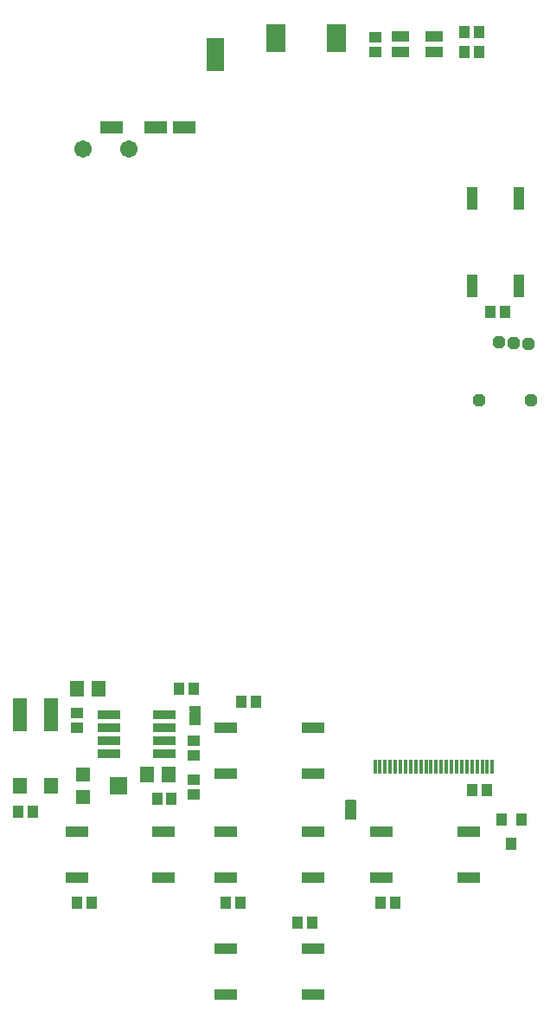
<source format=gbr>
%TF.GenerationSoftware,Altium Limited,Altium Designer,19.0.12 (326)*%
G04 Layer_Color=4408131*
%FSLAX26Y26*%
%MOIN*%
%TF.FileFunction,Soldermask,Top*%
%TF.Part,Single*%
G01*
G75*
%TA.AperFunction,SMDPad,CuDef*%
%ADD89R,0.039000X0.046000*%
%ADD93R,0.053000X0.062000*%
%ADD94R,0.046000X0.039000*%
%ADD98R,0.027685X0.027685*%
%ADD99R,0.055244X0.059181*%
%ADD116R,0.055244X0.126110*%
%TA.AperFunction,ViaPad*%
G04:AMPARAMS|DCode=120|XSize=47.37mil|YSize=47.37mil|CornerRadius=0mil|HoleSize=0mil|Usage=FLASHONLY|Rotation=0.000|XOffset=0mil|YOffset=0mil|HoleType=Round|Shape=Octagon|*
%AMOCTAGOND120*
4,1,8,0.023685,-0.011842,0.023685,0.011842,0.011843,0.023685,-0.011843,0.023685,-0.023685,0.011842,-0.023685,-0.011842,-0.011843,-0.023685,0.011843,-0.023685,0.023685,-0.011842,0.0*
%
%ADD120OCTAGOND120*%

%TA.AperFunction,ComponentPad*%
%ADD121C,0.067055*%
%TA.AperFunction,SMDPad,CuDef*%
%ADD125R,0.067055X0.126110*%
%ADD126R,0.086740X0.047370*%
%ADD127R,0.018000X0.055244*%
%ADD128R,0.086740X0.039496*%
%ADD129R,0.086740X0.035559*%
%ADD130R,0.055244X0.055244*%
%ADD131R,0.070992X0.070992*%
%ADD132R,0.039496X0.045402*%
%ADD133R,0.039496X0.086740*%
%TA.AperFunction,ConnectorPad*%
%ADD134R,0.074929X0.106425*%
%TA.AperFunction,SMDPad,CuDef*%
%ADD135R,0.070992X0.039496*%
G36*
X799144Y1284093D02*
X799659Y1283991D01*
X800155Y1283822D01*
X800625Y1283591D01*
X801061Y1283299D01*
X801456Y1282954D01*
X801801Y1282559D01*
X802093Y1282123D01*
X802325Y1281653D01*
X802493Y1281157D01*
X802595Y1280642D01*
X802630Y1280119D01*
Y1236812D01*
X802595Y1236289D01*
X802493Y1235774D01*
X802325Y1235278D01*
X802093Y1234808D01*
X801801Y1234372D01*
X801456Y1233977D01*
X801061Y1233632D01*
X800625Y1233340D01*
X800155Y1233108D01*
X799659Y1232940D01*
X799332Y1232875D01*
X799659Y1232810D01*
X800155Y1232641D01*
X800625Y1232409D01*
X801061Y1232118D01*
X801456Y1231772D01*
X801801Y1231378D01*
X802093Y1230942D01*
X802325Y1230472D01*
X802493Y1229975D01*
X802595Y1229461D01*
X802630Y1228938D01*
Y1213190D01*
X802595Y1212667D01*
X802493Y1212152D01*
X802325Y1211656D01*
X802093Y1211186D01*
X801801Y1210750D01*
X801456Y1210355D01*
X801061Y1210010D01*
X800625Y1209718D01*
X800155Y1209486D01*
X799659Y1209318D01*
X799144Y1209216D01*
X798621Y1209181D01*
X763188D01*
X762665Y1209216D01*
X762150Y1209318D01*
X761654Y1209486D01*
X761184Y1209718D01*
X760748Y1210010D01*
X760354Y1210355D01*
X760008Y1210750D01*
X759716Y1211186D01*
X759485Y1211656D01*
X759316Y1212152D01*
X759214Y1212667D01*
X759179Y1213190D01*
Y1256497D01*
X759214Y1257020D01*
X759316Y1257534D01*
X759485Y1258031D01*
X759716Y1258501D01*
X760008Y1258937D01*
X760354Y1259332D01*
X760748Y1259677D01*
X761184Y1259968D01*
X761654Y1260200D01*
X762150Y1260369D01*
X762477Y1260434D01*
X762150Y1260499D01*
X761654Y1260668D01*
X761184Y1260899D01*
X760748Y1261191D01*
X760354Y1261536D01*
X760008Y1261931D01*
X759716Y1262367D01*
X759485Y1262837D01*
X759316Y1263333D01*
X759214Y1263848D01*
X759179Y1264371D01*
Y1280119D01*
X759214Y1280642D01*
X759316Y1281157D01*
X759485Y1281653D01*
X759716Y1282123D01*
X760008Y1282559D01*
X760354Y1282954D01*
X760748Y1283299D01*
X761184Y1283591D01*
X761654Y1283822D01*
X762150Y1283991D01*
X762665Y1284093D01*
X763188Y1284128D01*
X798621D01*
X799144Y1284093D01*
D02*
G37*
G36*
X1399146Y921023D02*
X1399660Y920921D01*
X1400157Y920753D01*
X1400627Y920520D01*
X1401063Y920229D01*
X1401457Y919884D01*
X1401803Y919489D01*
X1402094Y919053D01*
X1402326Y918583D01*
X1402495Y918087D01*
X1402597Y917572D01*
X1402632Y917049D01*
Y873742D01*
X1402597Y873219D01*
X1402495Y872704D01*
X1402326Y872208D01*
X1402094Y871738D01*
X1401803Y871302D01*
X1401457Y870907D01*
X1401063Y870562D01*
X1400627Y870270D01*
X1400157Y870038D01*
X1399660Y869870D01*
X1399334Y869805D01*
X1399660Y869740D01*
X1400157Y869571D01*
X1400627Y869339D01*
X1401063Y869048D01*
X1401457Y868702D01*
X1401803Y868308D01*
X1402094Y867872D01*
X1402326Y867402D01*
X1402495Y866905D01*
X1402597Y866391D01*
X1402632Y865868D01*
Y850120D01*
X1402597Y849597D01*
X1402495Y849082D01*
X1402326Y848586D01*
X1402094Y848116D01*
X1401803Y847680D01*
X1401457Y847285D01*
X1401063Y846940D01*
X1400627Y846648D01*
X1400157Y846416D01*
X1399660Y846248D01*
X1399146Y846146D01*
X1398623Y846111D01*
X1363190D01*
X1362667Y846146D01*
X1362152Y846248D01*
X1361656Y846416D01*
X1361186Y846648D01*
X1360750Y846940D01*
X1360355Y847285D01*
X1360010Y847680D01*
X1359718Y848116D01*
X1359486Y848586D01*
X1359318Y849082D01*
X1359216Y849597D01*
X1359181Y850120D01*
Y893427D01*
X1359216Y893950D01*
X1359318Y894465D01*
X1359486Y894961D01*
X1359718Y895431D01*
X1360010Y895867D01*
X1360355Y896261D01*
X1360750Y896607D01*
X1361186Y896899D01*
X1361656Y897130D01*
X1362152Y897299D01*
X1362479Y897364D01*
X1362152Y897429D01*
X1361656Y897597D01*
X1361186Y897830D01*
X1360750Y898121D01*
X1360355Y898466D01*
X1360010Y898861D01*
X1359718Y899297D01*
X1359486Y899767D01*
X1359318Y900264D01*
X1359216Y900778D01*
X1359181Y901301D01*
Y917049D01*
X1359216Y917572D01*
X1359318Y918087D01*
X1359486Y918583D01*
X1359718Y919053D01*
X1360010Y919489D01*
X1360355Y919884D01*
X1360750Y920229D01*
X1361186Y920520D01*
X1361656Y920753D01*
X1362152Y920921D01*
X1362667Y921023D01*
X1363190Y921058D01*
X1398623D01*
X1399146Y921023D01*
D02*
G37*
D89*
X381000Y525000D02*
D03*
X325000D02*
D03*
X156000Y875000D02*
D03*
X100000D02*
D03*
X634000Y925000D02*
D03*
X690000D02*
D03*
X900000Y525000D02*
D03*
X956000D02*
D03*
X1175000Y450000D02*
D03*
X1231000D02*
D03*
X1496850Y525000D02*
D03*
X1552850D02*
D03*
X1906000Y960000D02*
D03*
X1850000D02*
D03*
X1016000Y1298032D02*
D03*
X960000D02*
D03*
X775000Y1350000D02*
D03*
X719000D02*
D03*
X1919000Y2800000D02*
D03*
X1975000D02*
D03*
X1875000Y3800000D02*
D03*
X1819000D02*
D03*
Y3875000D02*
D03*
X1875000D02*
D03*
D93*
X594000Y1018308D02*
D03*
X679000D02*
D03*
X410000Y1350000D02*
D03*
X325000D02*
D03*
D94*
X775000Y944000D02*
D03*
Y1000000D02*
D03*
Y1094000D02*
D03*
Y1150000D02*
D03*
X325000Y1200000D02*
D03*
Y1256000D02*
D03*
X1475000Y3800000D02*
D03*
Y3856000D02*
D03*
D98*
X786810Y1268308D02*
D03*
X775000Y1225000D02*
D03*
X1375000Y861930D02*
D03*
X1386812Y905238D02*
D03*
D99*
X225000Y975000D02*
D03*
X106890D02*
D03*
D116*
X225000Y1250000D02*
D03*
X106890D02*
D03*
D120*
X2075077Y2458971D02*
D03*
X2065000Y2677463D02*
D03*
X2009000Y2679000D02*
D03*
X1952000Y2682024D02*
D03*
X1875000Y2458464D02*
D03*
D121*
X524372Y3425000D02*
D03*
X347206D02*
D03*
D125*
X860000Y3790000D02*
D03*
D126*
X740000Y3510000D02*
D03*
X630000D02*
D03*
X460000D02*
D03*
D127*
X1473780Y1050000D02*
D03*
X1493464D02*
D03*
X1513150D02*
D03*
X1532834D02*
D03*
X1552520D02*
D03*
X1572204D02*
D03*
X1591890D02*
D03*
X1611574D02*
D03*
X1631260D02*
D03*
X1650944D02*
D03*
X1670630D02*
D03*
X1690314D02*
D03*
X1710000D02*
D03*
X1729686D02*
D03*
X1749370D02*
D03*
X1769056D02*
D03*
X1788740D02*
D03*
X1808426D02*
D03*
X1828110D02*
D03*
X1847796D02*
D03*
X1867480D02*
D03*
X1887166D02*
D03*
X1906850D02*
D03*
X1926536D02*
D03*
D128*
X659646Y622834D02*
D03*
Y800000D02*
D03*
X900000Y622834D02*
D03*
Y800000D02*
D03*
Y1022834D02*
D03*
Y1200000D02*
D03*
X1234646Y1022834D02*
D03*
Y800000D02*
D03*
Y622834D02*
D03*
Y350000D02*
D03*
Y172834D02*
D03*
X900000Y350000D02*
D03*
Y172834D02*
D03*
X1500000Y622834D02*
D03*
Y800000D02*
D03*
X1834646Y622834D02*
D03*
Y800000D02*
D03*
X1234646Y1200000D02*
D03*
X325000Y800000D02*
D03*
Y622834D02*
D03*
D129*
X662300Y1100000D02*
D03*
Y1150000D02*
D03*
Y1200000D02*
D03*
Y1250000D02*
D03*
X449702D02*
D03*
Y1200000D02*
D03*
Y1150000D02*
D03*
Y1100000D02*
D03*
D130*
X347206Y931692D02*
D03*
Y1018308D02*
D03*
D131*
X485000Y975000D02*
D03*
D132*
X1960630Y847244D02*
D03*
X2000000Y752756D02*
D03*
X2039370Y847244D02*
D03*
D133*
X2027166Y2900000D02*
D03*
X1850000D02*
D03*
X2027166Y3234646D02*
D03*
X1850000D02*
D03*
D134*
X1325000Y3852000D02*
D03*
X1092716D02*
D03*
D135*
X1702756Y3800000D02*
D03*
Y3859056D02*
D03*
X1572834D02*
D03*
Y3800000D02*
D03*
%TF.MD5,4bcb309ad88c974748b6c59226c947ba*%
M02*

</source>
